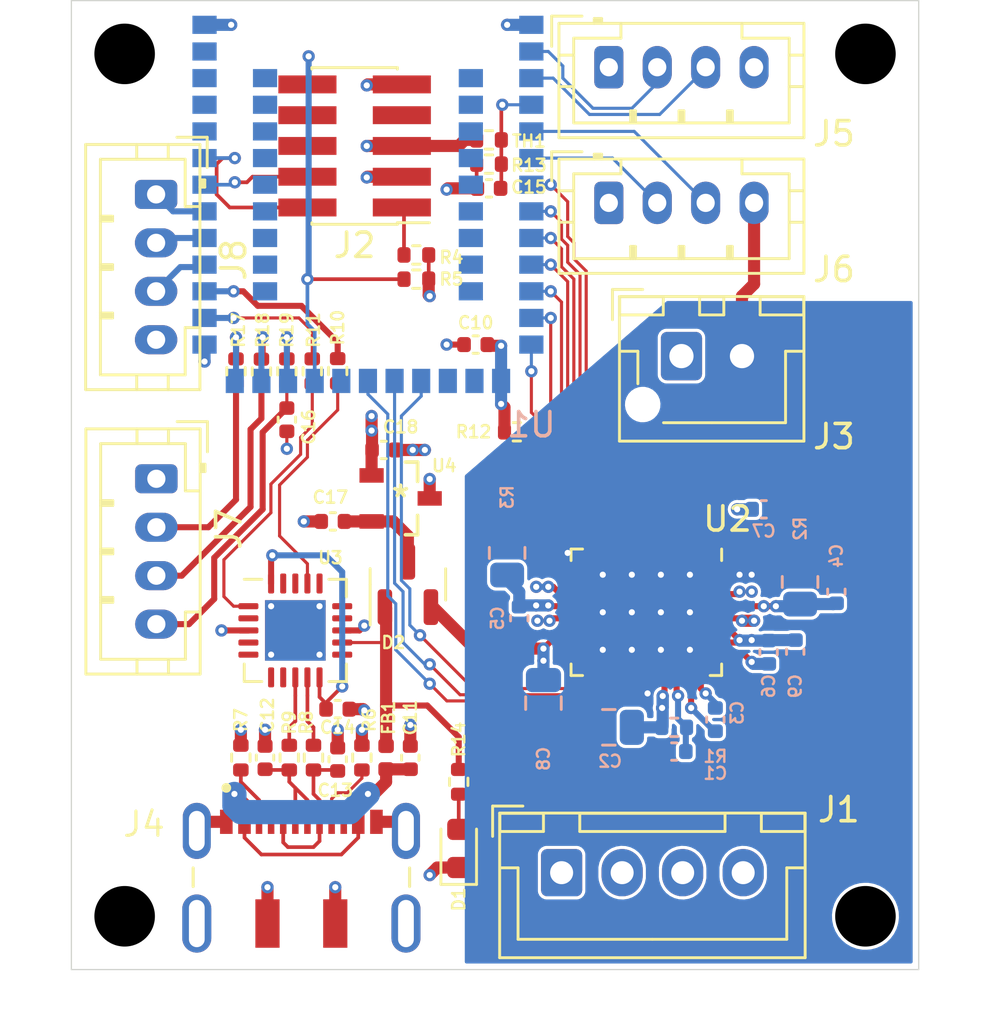
<source format=kicad_pcb>
(kicad_pcb (version 20211014) (generator pcbnew)
  (layers (0 "F.Cu" signal) (1 "In1.Cu" mixed) (2 "In2.Cu" mixed) (31 "B.Cu" signal) (34 "B.Paste" user) (35 "F.Paste" user) (36 "B.SilkS" user "B.Silkscreen") (37 "F.SilkS" user "F.Silkscreen") (38 "B.Mask" user) (39 "F.Mask" user) (44 "Edge.Cuts" user))
  (net 0 "")
  (net 1 "GND")
  (net 2 "Net-(C1-Pad1)")
  (net 3 "Net-(C2-Pad1)")
  (net 4 "Net-(C3-Pad2)")
  (net 5 "Net-(C3-Pad1)")
  (net 6 "Net-(C4-Pad1)")
  (net 7 "Net-(C5-Pad2)")
  (net 8 "Net-(C6-Pad2)")
  (net 9 "Net-(C17-Pad1)")
  (net 31 "~{MOTOR_EN}")
  (net 32 "DIAG1")
  (net 33 "DIAG0")
  (net 39 "DIR")
  (net 40 "STEP")
  (net 41 "MISO")
  (net 42 "MOSI")
  (net 43 "SCLK")
  (net 44 "~{CS1}")
  (net 45 "TMCCLK")
  (net 46 "+12V")
  (net 47 "VCC")
  (net 48 "~{RESET}")
  (net 50 "SWDCLK")
  (net 51 "SWDIO")
  (net 52 "Net-(C11-Pad1)")
  (net 53 "Net-(C14-Pad2)")
  (net 54 "THERM0")
  (net 55 "VBUS")
  (net 56 "Net-(J2-Pad1)")
  (net 57 "Net-(J4-Pad9)")
  (net 59 "Net-(J4-Pad3)")
  (net 60 "Net-(R8-Pad1)")
  (net 61 "Net-(R9-Pad1)")
  (net 62 "Net-(R10-Pad2)")
  (net 63 "TXD")
  (net 64 "Net-(R11-Pad2)")
  (net 65 "RXD")
  (net 66 "Net-(R12-Pad1)")
  (net 77 "DP")
  (net 78 "DM")
  (net 79 "ACC0_B")
  (net 80 "ACC0_A")
  (net 81 "ACC1_B")
  (net 82 "ACC1_A")
  (net 83 "Net-(R17-Pad2)")
  (net 84 "Net-(R18-Pad2)")
  (net 85 "Net-(R19-Pad2)")
  (net 86 "Net-(D1-Pad2)")
  (net 94 "Net-(C16-Pad1)")
  (net 95 "Net-(J7-Pad3)")
  (net 96 "Net-(J7-Pad2)")
  (net 98 "ACC2_A")
  (net 99 "ACC2_B")
  (net 100 "ACC2_C")
  (net 101 "Net-(U2-Pad32)")
  (net 102 "Net-(U2-Pad34)")
  (net 103 "Net-(U2-Pad13)")
  (net 104 "Net-(U2-Pad15)")
  (footprint "Connector_JST:JST_XH_B4B-XH-A_1x04_P2.50mm_Vertical" (layer "F.Cu") (at 185.25 101)
    (fp_text reference "J1")
    (fp_text value "Conn_01x04_Male")
  )
  (footprint "Package_DFN_QFN:QFN-36-1EP_5x6mm_P0.5mm_EP3.6x4.1mm_ThermalVias" (layer "F.Cu") (at 188.75 90.25 -90)
    (fp_text reference "U2")
    (fp_text value "TMC2130-LA")
  )
  (footprint "Capacitor_SMD:C_0402_1005Metric" (layer "F.Cu") (at 181.7 79.2 180)
    (fp_text reference "C10")
    (fp_text value "100nf")
  )
  (footprint "Connector_PinHeader_1.27mm:PinHeader_2x05_P1.27mm_Vertical_SMD" (layer "F.Cu") (at 176.7 71 180)
    (fp_text reference "J2")
    (fp_text value "Conn_ARM_JTAG_SWD_10")
  )
  (footprint "Connector_JST:JST_XH_B2B-XH-AM_1x02_P2.50mm_Vertical" (layer "F.Cu") (at 190.2 79.675)
    (fp_text reference "J3")
    (fp_text value "Conn_01x02_Male")
  )
  (footprint "Capacitor_SMD:C_0402_1005Metric" (layer "F.Cu") (at 179 96.25 90)
    (fp_text reference "C11")
    (fp_text value "10nf")
  )
  (footprint "Capacitor_SMD:C_0402_1005Metric" (layer "F.Cu") (at 173 96.25 90)
    (fp_text reference "C12")
    (fp_text value "27pf")
  )
  (footprint "Capacitor_SMD:C_0402_1005Metric" (layer "F.Cu") (at 176 96.32 -90)
    (fp_text reference "C13")
    (fp_text value "27pf")
  )
  (footprint "Capacitor_SMD:C_0402_1005Metric" (layer "F.Cu") (at 176 94.25 180)
    (fp_text reference "C14")
    (fp_text value "100nf")
  )
  (footprint "Capacitor_SMD:C_0402_1005Metric" (layer "F.Cu") (at 182.25 72.75)
    (fp_text reference "C15")
    (fp_text value "100nf")
  )
  (footprint "Inductor_SMD:L_0402_1005Metric" (layer "F.Cu") (at 178 96.25 -90)
    (fp_text reference "FB1")
    (fp_text value "Ferrite_Bead")
  )
  (footprint "usbccon:JAE_DX07S016JA1R1500" (layer "F.Cu") (at 174.5 100)
    (fp_text reference "J4")
    (fp_text value "DX07S016JA1R1500")
  )
  (footprint "Resistor_SMD:R_0402_1005Metric" (layer "F.Cu") (at 179.25 75.5 180)
    (fp_text reference "R4")
    (fp_text value "2.2")
  )
  (footprint "Resistor_SMD:R_0402_1005Metric" (layer "F.Cu") (at 179.25 76.5 180)
    (fp_text reference "R5")
    (fp_text value "10k")
  )
  (footprint "Resistor_SMD:R_0402_1005Metric" (layer "F.Cu") (at 177 96.25 90)
    (fp_text reference "R6")
    (fp_text value "5.1k")
  )
  (footprint "Resistor_SMD:R_0402_1005Metric" (layer "F.Cu") (at 172 96.25 90)
    (fp_text reference "R7")
    (fp_text value "5.1k")
  )
  (footprint "Resistor_SMD:R_0402_1005Metric" (layer "F.Cu") (at 175 96.25 -90)
    (fp_text reference "R8")
    (fp_text value "27")
  )
  (footprint "Resistor_SMD:R_0402_1005Metric" (layer "F.Cu") (at 174 96.25 -90)
    (fp_text reference "R9")
    (fp_text value "27")
  )
  (footprint "Resistor_SMD:R_0402_1005Metric" (layer "F.Cu") (at 176 80.29 -90)
    (fp_text reference "R10")
    (fp_text value "4.7k")
  )
  (footprint "Resistor_SMD:R_0402_1005Metric" (layer "F.Cu") (at 174.95 80.3 -90)
    (fp_text reference "R11")
    (fp_text value "4.7k")
  )
  (footprint "Resistor_SMD:R_0402_1005Metric" (layer "F.Cu") (at 183.4 82.8 180)
    (fp_text reference "R12")
    (fp_text value "2.2")
  )
  (footprint "Resistor_SMD:R_0402_1005Metric" (layer "F.Cu") (at 182.25 71.75 180)
    (fp_text reference "R13")
    (fp_text value "47k")
  )
  (footprint "Resistor_SMD:R_0402_1005Metric" (layer "F.Cu") (at 182.25 70.75 180)
    (fp_text reference "TH1")
    (fp_text value "Thermistor_NTC")
  )
  (footprint "Package_DFN_QFN:QFN-20-1EP_4x4mm_P0.5mm_EP2.5x2.5mm_ThermalVias" (layer "F.Cu") (at 174.25 91)
    (fp_text reference "U3")
    (fp_text value "FT231XQ")
  )
  (footprint "Connector_JST:JST_PH_B4B-PH-K_1x04_P2.00mm_Vertical" (layer "F.Cu") (at 187.2 67.75)
    (fp_text reference "J5")
    (fp_text value "Accessory 0")
  )
  (footprint "Connector_JST:JST_PH_B4B-PH-K_1x04_P2.00mm_Vertical" (layer "F.Cu") (at 187.2 73.35)
    (fp_text reference "J6")
    (fp_text value "Accessory 1")
  )
  (footprint "Resistor_SMD:R_0402_1005Metric" (layer "F.Cu") (at 171.8 80.3 90)
    (fp_text reference "R17")
    (fp_text value "27")
  )
  (footprint "Resistor_SMD:R_0402_1005Metric" (layer "F.Cu") (at 172.85 80.31 90)
    (fp_text reference "R18")
    (fp_text value "27")
  )
  (footprint "Resistor_SMD:R_0402_1005Metric" (layer "F.Cu") (at 173.9 80.3 90)
    (fp_text reference "R19")
    (fp_text value "0")
  )
  (footprint "LED_SMD:LED_0603_1608Metric" (layer "F.Cu") (at 181 100 90)
    (fp_text reference "D1")
    (fp_text value "LED")
  )
  (footprint "Resistor_SMD:R_0402_1005Metric" (layer "F.Cu") (at 181 97.25 90)
    (fp_text reference "R14")
    (fp_text value "470")
  )
  (footprint "Capacitor_SMD:C_0402_1005Metric" (layer "F.Cu") (at 173.9 82.3 -90)
    (fp_text reference "C16")
    (fp_text value "100nf")
  )
  (footprint "Connector_JST:JST_PH_B4B-PH-K_1x04_P2.00mm_Vertical" (layer "F.Cu") (at 168.51 84.74 -90)
    (fp_text reference "J7")
    (fp_text value "USB")
  )
  (footprint "footprints:TLV76033DBZT" (layer "F.Cu") (at 178.6 85.550001)
    (fp_text reference "U4")
    (fp_text value "TLV76033DBZT" hide)
  )
  (footprint "Capacitor_SMD:C_0402_1005Metric" (layer "F.Cu") (at 175.8 86.5 180)
    (fp_text reference "C17")
    (fp_text value "100nf")
  )
  (footprint "Capacitor_SMD:C_0402_1005Metric" (layer "F.Cu") (at 177.9 83.550001)
    (fp_text reference "C18")
    (fp_text value "100nf")
  )
  (footprint "MountingHole:MountingHole_2.2mm_M2" (layer "F.Cu") (at 167.2 102.8)
    (fp_text reference "H3" hide)
    (fp_text value "MountingHole")
  )
  (footprint "MountingHole:MountingHole_2.2mm_M2" (layer "F.Cu") (at 167.2 67.2)
    (fp_text reference "H1" hide)
    (fp_text value "MountingHole")
  )
  (footprint "Package_TO_SOT_SMD:SOT-23" (layer "F.Cu") (at 178.9 89.1 90)
    (fp_text reference "D2")
    (fp_text value "BAT54C")
  )
  (footprint "MountingHole:MountingHole_2.2mm_M2" (layer "F.Cu") (at 197.8 102.8)
    (fp_text reference "H4" hide)
    (fp_text value "MountingHole")
  )
  (footprint "Connector_JST:JST_PH_B4B-PH-K_1x04_P2.00mm_Vertical" (layer "F.Cu") (at 168.5 73 -90)
    (fp_text reference "J8")
    (fp_text value "Accessory 2")
  )
  (footprint "MountingHole:MountingHole_2.2mm_M2" (layer "F.Cu") (at 197.8 67.2)
    (fp_text reference "H2" hide)
    (fp_text value "MountingHole")
  )
  (footprint "Capacitor_SMD:C_0402_1005Metric" (layer "B.Cu") (at 189.9 96 180)
    (fp_text reference "C1")
    (fp_text value "470nF")
  )
  (footprint "Capacitor_SMD:C_0805_2012Metric" (layer "B.Cu") (at 187.2 95 180)
    (fp_text reference "C2")
    (fp_text value "4.7U")
  )
  (footprint "Capacitor_SMD:C_0402_1005Metric" (layer "B.Cu") (at 191.6 94.68 90)
    (fp_text reference "C3")
    (fp_text value "22nf")
  )
  (footprint "Capacitor_SMD:C_0402_1005Metric" (layer "B.Cu") (at 196.6 89.4 90)
    (fp_text reference "C4")
    (fp_text value "100nf")
  )
  (footprint "Capacitor_SMD:C_0402_1005Metric" (layer "B.Cu") (at 183.5 90.5 90)
    (fp_text reference "C5")
    (fp_text value "100nf")
  )
  (footprint "Capacitor_SMD:C_0402_1005Metric" (layer "B.Cu") (at 193.8 91.9 -90)
    (fp_text reference "C6")
    (fp_text value "100nf")
  )
  (footprint "Capacitor_SMD:C_0402_1005Metric" (layer "B.Cu") (at 193.6 86)
    (fp_text reference "C7")
    (fp_text value "100nf")
  )
  (footprint "Capacitor_SMD:C_0805_2012Metric" (layer "B.Cu") (at 184.5 94 -90)
    (fp_text reference "C8")
    (fp_text value "10u")
  )
  (footprint "Capacitor_SMD:C_0402_1005Metric" (layer "B.Cu") (at 194.9 91.88 -90)
    (fp_text reference "C9")
    (fp_text value "100nf")
  )
  (footprint "Resistor_SMD:R_0402_1005Metric" (layer "B.Cu") (at 189.9 95)
    (fp_text reference "R1")
    (fp_text value "2.2")
  )
  (footprint "Resistor_SMD:R_0805_2012Metric" (layer "B.Cu") (at 195.1 89 -90)
    (fp_text reference "R2")
    (fp_text value "0.11")
  )
  (footprint "Resistor_SMD:R_0805_2012Metric" (layer "B.Cu") (at 183 87.8 90)
    (fp_text reference "R3")
    (fp_text value "0.11")
  )
  (footprint "Phischbol:HOLYIOT-18010" (layer "B.Cu") (at 184 66 180)
    (fp_text reference "U1")
    (fp_text value "HolyIot-18010")
  )
  (gr_line (start 200 65) (end 200 105) (layer "Edge.Cuts") (width 0.05))
  (gr_line (start 165 65) (end 165 105) (layer "Edge.Cuts") (width 0.05))
  (gr_line (start 165 65) (end 200 65) (layer "Edge.Cuts") (width 0.05))
  (gr_line (start 165 105) (end 200 105) (layer "Edge.Cuts") (width 0.05))
  (segment (start 171.4 98.9) (end 170.555 98.9) (width 0.5) (layer "F.Cu") (net 1))
  (segment (start 176.95 94.25) (end 177.05 94.25) (width 0.5) (layer "F.Cu") (net 1))
  (segment (start 181 100.7875) (end 180.1125 100.7875) (width 0.5) (layer "F.Cu") (net 1))
  (segment (start 192.7 79.675) (end 192.7 77.2) (width 0.5) (layer "F.Cu") (net 1))
  (segment (start 185.8 89) (end 185.8 88.5) (width 0.25) (layer "F.Cu") (net 1))
  (segment (start 178.95 68.46) (end 177.24 68.46) (width 0.5) (layer "F.Cu") (net 1))
  (segment (start 191.7 89) (end 191.8 89) (width 0.25) (layer "F.Cu") (net 1))
  (segment (start 179 95.77) (end 179 94.9) (width 0.5) (layer "F.Cu") (net 1))
  (segment (start 192.7 77.2) (end 193.2 76.7) (width 0.5) (layer "F.Cu") (net 1))
  (segment (start 177.24 68.46) (end 177.2 68.5) (width 0.5) (layer "F.Cu") (net 1))
  (segment (start 179.8 85.550001) (end 179.8 84.750001) (width 0.5) (layer "F.Cu") (net 1))
  (segment (start 177 95.74) (end 177 95.1) (width 0.5) (layer "F.Cu") (net 1))
  (segment (start 181.25 70.75) (end 181 71) (width 0.5) (layer "F.Cu") (net 1))
  (segment (start 173.1 103.1) (end 173.1 101.6) (width 0.5) (layer "F.Cu") (net 1))
  (segment (start 191.8 89) (end 192.213526 89) (width 0.25) (layer "F.Cu") (net 1))
  (segment (start 189 92.7) (end 189 93.4) (width 0.25) (layer "F.Cu") (net 1))
  (segment (start 170.555 98.9) (end 170.18 99.275) (width 0.5) (layer "F.Cu") (net 1))
  (segment (start 192.513526 88.7) (end 193.1 88.7) (width 0.25) (layer "F.Cu") (net 1))
  (segment (start 177.05 94.25) (end 177.1 94.3) (width 0.5) (layer "F.Cu") (net 1))
  (segment (start 175.32 86.5) (end 174.6 86.5) (width 0.5) (layer "F.Cu") (net 1))
  (segment (start 172.3125 91) (end 171.2 91) (width 0.25) (layer "F.Cu") (net 1))
  (segment (start 179.1 83.550001) (end 179.6 83.550001) (width 0.5) (layer "F.Cu") (net 1))
  (segment (start 189 93.4) (end 188.8 93.6) (width 0.25) (layer "F.Cu") (net 1))
  (segment (start 178.38 83.550001) (end 179.1 83.550001) (width 0.5) (layer "F.Cu") (net 1))
  (segment (start 173 95.77) (end 173 95.1) (width 0.5) (layer "F.Cu") (net 1))
  (segment (start 176 95.77) (end 176 95.1) (width 0.5) (layer "F.Cu") (net 1))
  (segment (start 176.48 94.25) (end 176.95 94.25) (width 0.5) (layer "F.Cu") (net 1))
  (segment (start 178.95 72.27) (end 177.23 72.27) (width 0.5) (layer "F.Cu") (net 1))
  (segment (start 176.9 91) (end 177.1 90.8) (width 0.25) (layer "F.Cu") (net 1))
  (segment (start 176.1875 91) (end 176.9 91) (width 0.25) (layer "F.Cu") (net 1))
  (segment (start 192.213526 89) (end 192.513526 88.7) (width 0.25) (layer "F.Cu") (net 1))
  (segment (start 181 71) (end 178.95 71) (width 0.5) (layer "F.Cu") (net 1))
  (segment (start 181.74 70.75) (end 181.25 70.75) (width 0.5) (layer "F.Cu") (net 1))
  (segment (start 185.8 88.1) (end 185.5 87.8) (width 0.25) (layer "F.Cu") (net 1))
  (segment (start 185.8 88.5) (end 185.8 88.1) (width 0.25) (layer "F.Cu") (net 1))
  (segment (start 193.2 76.7) (end 193.2 73.35) (width 0.5) (layer "F.Cu") (net 1))
  (segment (start 192.4 88.5) (end 192.6 88.7) (width 0.25) (layer "F.Cu") (net 1))
  (segment (start 181.22 79.2) (end 180.5 79.2) (width 0.25) (layer "F.Cu") (net 1))
  (segment (start 178.445 98.9) (end 178.82 99.275) (width 0.5) (layer "F.Cu") (net 1))
  (segment (start 191.7 88.5) (end 192.4 88.5) (width 0.25) (layer "F.Cu") (net 1))
  (segment (start 180.1125 100.7875) (end 179.8 101.1) (width 0.5) (layer "F.Cu") (net 1))
  (segment (start 173.9 82.78) (end 173.9 83.5) (width 0.128) (layer "F.Cu") (net 1))
  (segment (start 177.23 72.27) (end 177.2 72.3) (width 0.5) (layer "F.Cu") (net 1))
  (segment (start 175.9 103.1) (end 175.9 101.6) (width 0.5) (layer "F.Cu") (net 1))
  (segment (start 177.6 98.9) (end 178.445 98.9) (width 0.5) (layer "F.Cu") (net 1))
  (segment (start 178.95 71) (end 177.2 71) (width 0.5) (layer "F.Cu") (net 1))
  (segment (start 172 95.74) (end 172 95.1) (width 0.5) (layer "F.Cu") (net 1))
  (via (at 172 95.1) (size 0.508) (drill 0.254) (layers "F.Cu" "B.Cu") (net 1))
  (via (at 171.2 91) (size 0.508) (drill 0.254) (layers "F.Cu" "B.Cu") (net 1))
  (via (at 179.8 84.750001) (size 0.508) (drill 0.254) (layers "F.Cu" "B.Cu") (net 1))
  (via (at 177.2 71) (size 0.508) (drill 0.254) (layers "F.Cu" "B.Cu") (net 1))
  (via (at 177.1 94.3) (size 0.508) (drill 0.254) (layers "F.Cu" "B.Cu") (net 1))
  (via (at 173.9 83.5) (size 0.508) (drill 0.254) (layers "F.Cu" "B.Cu") (net 1))
  (via (at 177.1 90.8) (size 0.508) (drill 0.254) (layers "F.Cu" "B.Cu") (net 1))
  (via (at 193.1 88.7) (size 0.508) (drill 0.254) (layers "F.Cu" "B.Cu") (net 1))
  (via (at 170.5 79.9) (size 0.508) (drill 0.254) (layers "F.Cu" "B.Cu") (net 1))
  (via (at 177.2 68.5) (size 0.508) (drill 0.254) (layers "F.Cu" "B.Cu") (net 1))
  (via (at 176 95.1) (size 0.508) (drill 0.254) (layers "F.Cu" "B.Cu") (net 1))
  (via (at 173 95.1) (size 0.508) (drill 0.254) (layers "F.Cu" "B.Cu") (net 1))
  (via (at 174.6 86.5) (size 0.508) (drill 0.254) (layers "F.Cu" "B.Cu") (net 1))
  (via (at 177.2 72.3) (size 0.508) (drill 0.254) (layers "F.Cu" "B.Cu") (net 1))
  (via (at 171.6 66) (size 0.508) (drill 0.254) (layers "F.Cu" "B.Cu") (net 1))
  (via (at 188.8 93.6) (size 0.508) (drill 0.254) (layers "F.Cu" "B.Cu") (net 1))
  (via (at 173.1 101.6) (size 0.508) (drill 0.254) (layers "F.Cu" "B.Cu") (net 1))
  (via (at 192.6 88.7) (size 0.508) (drill 0.254) (layers "F.Cu" "B.Cu") (net 1))
  (via (at 177 95.1) (size 0.508) (drill 0.254) (layers "F.Cu" "B.Cu") (net 1))
  (via (at 185.5 87.8) (size 0.508) (drill 0.254) (layers "F.Cu" "B.Cu") (net 1))
  (via (at 179.6 83.550001) (size 0.508) (drill 0.254) (layers "F.Cu" "B.Cu") (net 1))
  (via (at 179.1 83.550001) (size 0.508) (drill 0.254) (layers "F.Cu" "B.Cu") (net 1))
  (via (at 180.5 79.2) (size 0.508) (drill 0.254) (layers "F.Cu" "B.Cu") (net 1))
  (via (at 183 66) (size 0.508) (drill 0.254) (layers "F.Cu" "B.Cu") (net 1))
  (via (at 179.8 101.1) (size 0.508) (drill 0.254) (layers "F.Cu" "B.Cu") (net 1))
  (via (at 179 94.9) (size 0.508) (drill 0.254) (layers "F.Cu" "B.Cu") (net 1))
  (via (at 175.9 101.6) (size 0.508) (drill 0.254) (layers "F.Cu" "B.Cu") (net 1))
  (segment (start 184 66) (end 183 66) (width 0.5) (layer "B.Cu") (net 1))
  (segment (start 170.5 79.2) (end 170.5 79.9) (width 0.5) (layer "B.Cu") (net 1))
  (segment (start 170.5 66) (end 171.6 66) (width 0.5) (layer "B.Cu") (net 1))
  (segment (start 190.05989 93.699281) (end 190 93.639391) (width 0.25) (layer "F.Cu") (net 2))
  (segment (start 190 93.639391) (end 190 92.7) (width 0.25) (layer "F.Cu") (net 2))
  (via (at 190.05989 93.699281) (size 0.508) (drill 0.254) (layers "F.Cu" "B.Cu") (net 2))
  (segment (start 190.38 95.9) (end 190.38 95.03) (width 0.25) (layer "B.Cu") (net 2))
  (segment (start 190.41 95) (end 190.05989 94.64989) (width 0.25) (layer "B.Cu") (net 2))
  (segment (start 190.05989 94.64989) (end 190.05989 93.699281) (width 0.25) (layer "B.Cu") (net 2))
  (segment (start 190.38 95.03) (end 190.41 95) (width 0.25) (layer "B.Cu") (net 2))
  (segment (start 189.425433 93.574567) (end 189.5 93.5) (width 0.25) (layer "F.Cu") (net 3))
  (segment (start 189.5 93.5) (end 189.5 92.7) (width 0.25) (layer "F.Cu") (net 3))
  (segment (start 189.425433 93.706895) (end 189.425433 93.574567) (width 0.25) (layer "F.Cu") (net 3))
  (via (at 189.425433 93.706895) (size 0.508) (drill 0.254) (layers "F.Cu" "B.Cu") (net 3))
  (via (at 189.4 94.2) (size 0.508) (drill 0.254) (layers "F.Cu" "B.Cu") (net 3))
  (segment (start 189.39 95) (end 188.35 95) (width 0.5) (layer "B.Cu") (net 3))
  (segment (start 189.425433 94.174567) (end 189.4 94.2) (width 0.5) (layer "B.Cu") (net 3))
  (segment (start 189.425433 93.706895) (end 189.425433 94.964567) (width 0.5) (layer "B.Cu") (net 3))
  (segment (start 189.425433 93.706895) (end 189.425433 94.174567) (width 0.5) (layer "B.Cu") (net 3))
  (segment (start 191 93.4) (end 191.2 93.6) (width 0.25) (layer "F.Cu") (net 4))
  (segment (start 191 92.7) (end 191 93.4) (width 0.25) (layer "F.Cu") (net 4))
  (via (at 191.2 93.6) (size 0.508) (drill 0.254) (layers "F.Cu" "B.Cu") (net 4))
  (segment (start 191.6 94.2) (end 191.6 94) (width 0.25) (layer "B.Cu") (net 4))
  (segment (start 191.6 94) (end 191.2 93.6) (width 0.25) (layer "B.Cu") (net 4))
  (segment (start 190.6 94.2) (end 190.6 93.206207) (width 0.25) (layer "F.Cu") (net 5))
  (segment (start 190.6 93.206207) (end 190.5 93.106207) (width 0.25) (layer "F.Cu") (net 5))
  (segment (start 190.5 93.106207) (end 190.5 92.7) (width 0.25) (layer "F.Cu") (net 5))
  (via (at 190.6 94.2) (size 0.508) (drill 0.254) (layers "F.Cu" "B.Cu") (net 5))
  (segment (start 191.6 95.16) (end 191.56 95.16) (width 0.25) (layer "B.Cu") (net 5))
  (segment (start 191.56 95.16) (end 190.6 94.2) (width 0.25) (layer "B.Cu") (net 5))
  (segment (start 193.6 90) (end 194.1 90) (width 0.25) (layer "F.Cu") (net 6))
  (segment (start 191.7 90) (end 193.6 90) (width 0.25) (layer "F.Cu") (net 6))
  (via (at 194.1 90) (size 0.508) (drill 0.254) (layers "F.Cu" "B.Cu") (net 6))
  (via (at 193.6 90) (size 0.508) (drill 0.254) (layers "F.Cu" "B.Cu") (net 6))
  (segment (start 194.1 90) (end 195.0125 90) (width 0.5) (layer "B.Cu") (net 6))
  (segment (start 196.4675 89.9125) (end 196.5 89.88) (width 0.5) (layer "B.Cu") (net 6))
  (segment (start 195.1 89.9125) (end 196.4675 89.9125) (width 0.5) (layer "B.Cu") (net 6))
  (segment (start 195.0125 90) (end 195.1 89.9125) (width 0.5) (layer "B.Cu") (net 6))
  (segment (start 185.8 90) (end 184.729618 90) (width 0.25) (layer "F.Cu") (net 7))
  (segment (start 184.729618 90) (end 184.697307 89.967689) (width 0.25) (layer "F.Cu") (net 7))
  (via (at 184.697307 89.967689) (size 0.508) (drill 0.254) (layers "F.Cu" "B.Cu") (net 7))
  (via (at 184.197307 89.967689) (size 0.508) (drill 0.254) (layers "F.Cu" "B.Cu") (net 7))
  (segment (start 183.5 90.02) (end 183.552311 89.967689) (width 0.5) (layer "B.Cu") (net 7))
  (segment (start 183.5 89.4125) (end 183.1 89.0125) (width 0.5) (layer "B.Cu") (net 7))
  (segment (start 184.697307 89.967689) (end 184.197307 89.967689) (width 0.25) (layer "B.Cu") (net 7))
  (segment (start 183.552311 89.967689) (end 184.697307 89.967689) (width 0.5) (layer "B.Cu") (net 7))
  (segment (start 183.5 90.02) (end 183.5 89.4125) (width 0.5) (layer "B.Cu") (net 7))
  (segment (start 192.8 92) (end 193.1 92.3) (width 0.25) (layer "F.Cu") (net 8))
  (segment (start 191.7 92) (end 192.8 92) (width 0.25) (layer "F.Cu") (net 8))
  (via (at 193.1 92.3) (size 0.508) (drill 0.254) (layers "F.Cu" "B.Cu") (net 8))
  (segment (start 193.8 92.38) (end 193.18 92.38) (width 0.5) (layer "B.Cu") (net 8))
  (segment (start 193.18 92.38) (end 193.1 92.3) (width 0.5) (layer "B.Cu") (net 8))
  (segment (start 178.9 87.1) (end 178.299999 86.499999) (width 0.5) (layer "F.Cu") (net 9))
  (segment (start 178.299999 86.499999) (end 177.4 86.499999) (width 0.5) (layer "F.Cu") (net 9))
  (segment (start 178.9 88.1625) (end 178.9 87.1) (width 0.5) (layer "F.Cu") (net 9))
  (segment (start 177.4 86.499999) (end 176.28 86.5) (width 0.5) (layer "F.Cu") (net 9))
  (segment (start 180.509998 93.909998) (end 187.240002 93.909998) (width 0.128) (layer "F.Cu") (net 31))
  (segment (start 187.240002 93.909998) (end 188 93.15) (width 0.128) (layer "F.Cu") (net 31))
  (segment (start 188 93.15) (end 188 92.7) (width 0.128) (layer "F.Cu") (net 31))
  (segment (start 179.8 93.2) (end 180.509998 93.909998) (width 0.128) (layer "F.Cu") (net 31))
  (via (at 179.8 93.2) (size 0.508) (drill 0.254) (layers "F.Cu" "B.Cu") (net 31))
  (segment (start 178.4 89.9) (end 178.4 91.8) (width 0.128) (layer "B.Cu") (net 31))
  (segment (start 178.06959 82.06959) (end 178.06959 89.56959) (width 0.128) (layer "B.Cu") (net 31))
  (segment (start 178.4 91.8) (end 179.8 93.2) (width 0.128) (layer "B.Cu") (net 31))
  (segment (start 177.25 81.25) (end 178.06959 82.06959) (width 0.128) (layer "B.Cu") (net 31))
  (segment (start 178.06959 89.56959) (end 178.4 89.9) (width 0.128) (layer "B.Cu") (net 31))
  (segment (start 177.25 80.7) (end 177.25 81.25) (width 0.128) (layer "B.Cu") (net 31))
  (segment (start 187.045001 93.654999) (end 187.5 93.2) (width 0.128) (layer "F.Cu") (net 32))
  (segment (start 181.054999 93.654999) (end 187.045001 93.654999) (width 0.128) (layer "F.Cu") (net 32))
  (segment (start 179.8 92.4) (end 181.054999 93.654999) (width 0.128) (layer "F.Cu") (net 32))
  (segment (start 187.5 93.2) (end 187.5 92.7) (width 0.128) (layer "F.Cu") (net 32))
  (via (at 179.8 92.4) (size 0.508) (drill 0.254) (layers "F.Cu" "B.Cu") (net 32))
  (segment (start 178.35 89.05) (end 178.7 89.4) (width 0.128) (layer "B.Cu") (net 32))
  (segment (start 178.7 89.4) (end 178.7 91.5) (width 0.128) (layer "B.Cu") (net 32))
  (segment (start 178.35 80.7) (end 178.35 89.05) (width 0.128) (layer "B.Cu") (net 32))
  (segment (start 179.6 92.4) (end 179.8 92.4) (width 0.128) (layer "B.Cu") (net 32))
  (segment (start 178.7 91.5) (end 179.6 92.4) (width 0.128) (layer "B.Cu") (net 32))
  (segment (start 179.4 91.2) (end 181.6 93.4) (width 0.128) (layer "F.Cu") (net 33))
  (segment (start 181.6 93.4) (end 186.7 93.4) (width 0.128) (layer "F.Cu") (net 33))
  (segment (start 186.7 93.4) (end 187 93.1) (width 0.128) (layer "F.Cu") (net 33))
  (via (at 179.4 91.2) (size 0.508) (drill 0.254) (layers "F.Cu" "B.Cu") (net 33))
  (segment (start 178.63041 88.933852) (end 178.98041 89.283851) (width 0.128) (layer "B.Cu") (net 33))
  (segment (start 179.45 81.328) (end 178.63041 82.14759) (width 0.128) (layer "B.Cu") (net 33))
  (segment (start 178.98041 89.283851) (end 178.98041 90.78041) (width 0.128) (layer "B.Cu") (net 33))
  (segment (start 178.63041 82.14759) (end 178.63041 88.933852) (width 0.128) (layer "B.Cu") (net 33))
  (segment (start 179.45 80.7) (end 179.45 81.328) (width 0.128) (layer "B.Cu") (net 33))
  (segment (start 178.98041 90.78041) (end 179.4 91.2) (width 0.128) (layer "B.Cu") (net 33))
  (segment (start 184 80.3) (end 184 82) (width 0.128) (layer "F.Cu") (net 39))
  (segment (start 188 86) (end 188 87.8) (width 0.128) (layer "F.Cu") (net 39))
  (segment (start 184 82) (end 188 86) (width 0.128) (layer "F.Cu") (net 39))
  (via (at 184 80.3) (size 0.508) (drill 0.254) (layers "F.Cu" "B.Cu") (net 39))
  (segment (start 184 79.2) (end 184 80.3) (width 0.128) (layer "B.Cu") (net 39))
  (segment (start 188.5 87.8) (end 188.5 86.1) (width 0.128) (layer "F.Cu") (net 40))
  (segment (start 184.8 82.4) (end 184.8 78.1) (width 0.128) (layer "F.Cu") (net 40))
  (segment (start 188.5 86.1) (end 184.8 82.4) (width 0.128) (layer "F.Cu") (net 40))
  (via (at 184.8 78.1) (size 0.508) (drill 0.254) (layers "F.Cu" "B.Cu") (net 40))
  (segment (start 184.8 78.1) (end 184 78.1) (width 0.128) (layer "B.Cu") (net 40))
  (segment (start 185.245 82.445) (end 189 86.2) (width 0.128) (layer "F.Cu") (net 41))
  (segment (start 185.245 77.445) (end 185.245 82.445) (width 0.128) (layer "F.Cu") (net 41))
  (segment (start 184.8 77) (end 185.245 77.445) (width 0.128) (layer "F.Cu") (net 41))
  (segment (start 189 86.2) (end 189 87.8) (width 0.128) (layer "F.Cu") (net 41))
  (via (at 184.8 77) (size 0.508) (drill 0.254) (layers "F.Cu" "B.Cu") (net 41))
  (segment (start 184 77) (end 184.8 77) (width 0.128) (layer "B.Cu") (net 41))
  (segment (start 185.5 76.6) (end 185.5 82.304868) (width 0.128) (layer "F.Cu") (net 42))
  (segment (start 185.5 82.304868) (end 189.5 86.304868) (width 0.128) (layer "F.Cu") (net 42))
  (segment (start 184.8 75.9) (end 185.5 76.6) (width 0.128) (layer "F.Cu") (net 42))
  (segment (start 189.5 86.304868) (end 189.5 87.8) (width 0.128) (layer "F.Cu") (net 42))
  (via (at 184.8 75.9) (size 0.508) (drill 0.254) (layers "F.Cu" "B.Cu") (net 42))
  (segment (start 184 75.9) (end 184.8 75.9) (width 0.128) (layer "B.Cu") (net 42))
  (segment (start 185.755 82.199244) (end 190 86.444244) (width 0.128) (layer "F.Cu") (net 43))
  (segment (start 185.755 76.555) (end 185.755 82.199244) (width 0.128) (layer "F.Cu") (net 43))
  (segment (start 185.245 75.984376) (end 185.755 76.494376) (width 0.128) (layer "F.Cu") (net 43))
  (segment (start 185.755 76.494376) (end 185.755 76.555) (width 0.128) (layer "F.Cu") (net 43))
  (segment (start 185.245 75.245) (end 185.245 75.984376) (width 0.128) (layer "F.Cu") (net 43))
  (segment (start 190 86.444244) (end 190 87.8) (width 0.128) (layer "F.Cu") (net 43))
  (segment (start 184.8 74.8) (end 185.245 75.245) (width 0.128) (layer "F.Cu") (net 43))
  (via (at 184.8 74.8) (size 0.508) (drill 0.254) (layers "F.Cu" "B.Cu") (net 43))
  (segment (start 184 74.8) (end 184.8 74.8) (width 0.128) (layer "B.Cu") (net 43))
  (segment (start 184.8 73.7) (end 185.245 74.145) (width 0.128) (layer "F.Cu") (net 44))
  (segment (start 185.5 75.1) (end 185.5 75.8) (width 0.128) (layer "F.Cu") (net 44))
  (segment (start 185.5 75.8) (end 186.01 76.31) (width 0.128) (layer "F.Cu") (net 44))
  (segment (start 186.01 82.09362) (end 190.5 86.58362) (width 0.128) (layer "F.Cu") (net 44))
  (segment (start 185.245 74.845) (end 185.5 75.1) (width 0.128) (layer "F.Cu") (net 44))
  (segment (start 186.01 76.31) (end 186.01 82.09362) (width 0.128) (layer "F.Cu") (net 44))
  (segment (start 185.245 74.145) (end 185.245 74.845) (width 0.128) (layer "F.Cu") (net 44))
  (segment (start 190.5 86.58362) (end 190.5 87.8) (width 0.128) (layer "F.Cu") (net 44))
  (via (at 184.8 73.7) (size 0.508) (drill 0.254) (layers "F.Cu" "B.Cu") (net 44))
  (segment (start 184 73.7) (end 184.8 73.7) (width 0.128) (layer "B.Cu") (net 44))
  (segment (start 191 86.722996) (end 191 87.8) (width 0.128) (layer "F.Cu") (net 45))
  (segment (start 185.5 74.739376) (end 185.755 74.994376) (width 0.128) (layer "F.Cu") (net 45))
  (segment (start 186.264999 81.987995) (end 191 86.722996) (width 0.128) (layer "F.Cu") (net 45))
  (segment (start 185.755 75.655) (end 186.264999 76.164999) (width 0.128) (layer "F.Cu") (net 45))
  (segment (start 185.5 73.3) (end 185.5 74.739376) (width 0.128) (layer "F.Cu") (net 45))
  (segment (start 186.264999 76.164999) (end 186.264999 81.987995) (width 0.128) (layer "F.Cu") (net 45))
  (segment (start 185.755 74.994376) (end 185.755 75.655) (width 0.128) (layer "F.Cu") (net 45))
  (segment (start 184.8 72.6) (end 185.5 73.3) (width 0.128) (layer "F.Cu") (net 45))
  (via (at 184.8 72.6) (size 0.508) (drill 0.254) (layers "F.Cu" "B.Cu") (net 45))
  (segment (start 184 72.6) (end 184.8 72.6) (width 0.128) (layer "B.Cu") (net 45))
  (segment (start 184.5 91.75) (end 184.5 92.25) (width 0.4) (layer "F.Cu") (net 46))
  (segment (start 192.6 91.4) (end 193.1 91.4) (width 0.25) (layer "F.Cu") (net 46))
  (segment (start 185.8 91) (end 185.25 91) (width 0.25) (layer "F.Cu") (net 46))
  (segment (start 192.5 91.5) (end 192.6 91.4) (width 0.25) (layer "F.Cu") (net 46))
  (segment (start 191.7 91.5) (end 192.5 91.5) (width 0.25) (layer "F.Cu") (net 46))
  (segment (start 185.25 91) (end 184.5 91.75) (width 0.25) (layer "F.Cu") (net 46))
  (segment (start 192.2 91) (end 192.6 91.4) (width 0.25) (layer "F.Cu") (net 46))
  (segment (start 179.9375 90.0375) (end 179.85 90.0375) (width 0.5) (layer "F.Cu") (net 46))
  (segment (start 191.7 91) (end 192.2 91) (width 0.25) (layer "F.Cu") (net 46))
  (segment (start 184.5 91.75) (end 181.65 91.75) (width 0.5) (layer "F.Cu") (net 46))
  (segment (start 181.65 91.75) (end 179.9375 90.0375) (width 0.5) (layer "F.Cu") (net 46))
  (via (at 192.5 86) (size 0.508) (drill 0.254) (layers "F.Cu" "B.Cu") (net 46))
  (via (at 184.5 92.25) (size 0.508) (drill 0.254) (layers "F.Cu" "B.Cu") (net 46))
  (via (at 184.5 91.75) (size 0.508) (drill 0.254) (layers "F.Cu" "B.Cu") (net 46))
  (via (at 193.1 91.4) (size 0.508) (drill 0.254) (layers "F.Cu" "B.Cu") (net 46))
  (via (at 192.6 91.4) (size 0.508) (drill 0.254) (layers "F.Cu" "B.Cu") (net 46))
  (segment (start 194.9 91.4) (end 193.82 91.4) (width 0.5) (layer "B.Cu") (net 46))
  (segment (start 193.12 86) (end 192.5 86) (width 0.5) (layer "B.Cu") (net 46))
  (segment (start 192.62 91.42) (end 192.6 91.4) (width 0.5) (layer "B.Cu") (net 46))
  (segment (start 193.8 91.42) (end 192.62 91.42) (width 0.5) (layer "B.Cu") (net 46))
  (segment (start 184.5 91.75) (end 184.5 93.05) (width 0.5) (layer "B.Cu") (net 46))
  (segment (start 193.82 91.4) (end 193.8 91.42) (width 0.5) (layer "B.Cu") (net 46))
  (segment (start 177.4 82.750001) (end 177.4 82.150001) (width 0.5) (layer "F.Cu") (net 47))
  (segment (start 182.75 79.25) (end 182.23 79.25) (width 0.5) (layer "F.Cu") (net 47))
  (segment (start 182.23 79.25) (end 182.18 79.2) (width 0.5) (layer "F.Cu") (net 47))
  (segment (start 177.42 83.550001) (end 177.42 82.770001) (width 0.5) (layer "F.Cu") (net 47))
  (segment (start 179.76 77.16) (end 179.8 77.2) (width 0.5) (layer "F.Cu") (net 47))
  (segment (start 182.89 81.79) (end 182.75 81.65) (width 0.5) (layer "F.Cu") (net 47))
  (segment (start 177.4 83.570001) (end 177.42 83.550001) (width 0.5) (layer "F.Cu") (net 47))
  (segment (start 177.4 84.6) (end 177.4 83.570001) (width 0.5) (layer "F.Cu") (net 47))
  (segment (start 179.76 76.5) (end 179.76 77.16) (width 0.5) (layer "F.Cu") (net 47))
  (segment (start 181.74 71.75) (end 181.74 72.72) (width 0.1524) (layer "F.Cu") (net 47))
  (segment (start 181.77 72.75) (end 180.55 72.75) (width 0.5) (layer "F.Cu") (net 47))
  (segment (start 182.89 82.8) (end 182.89 81.79) (width 0.5) (layer "F.Cu") (net 47))
  (segment (start 179.76 75.5) (end 179.76 76.5) (width 0.1524) (layer "F.Cu") (net 47))
  (segment (start 177.42 82.770001) (end 177.4 82.750001) (width 0.5) (layer "F.Cu") (net 47))
  (segment (start 180.55 72.75) (end 180.5 72.8) (width 0.5) (layer "F.Cu") (net 47))
  (via (at 180.5 72.8) (size 0.508) (drill 0.254) (layers "F.Cu" "B.Cu") (net 47))
  (via (at 182.75 79.25) (size 0.508) (drill 0.254) (layers "F.Cu" "B.Cu") (net 47))
  (via (at 182.75 81.65) (size 0.508) (drill 0.254) (layers "F.Cu" "B.Cu") (net 47))
  (via (at 177.4 82.150001) (size 0.508) (drill 0.254) (layers "F.Cu" "B.Cu") (net 47))
  (via (at 179.8 77.2) (size 0.508) (drill 0.254) (layers "F.Cu" "B.Cu") (net 47))
  (via (at 177.4 82.750001) (size 0.508) (drill 0.254) (layers "F.Cu" "B.Cu") (net 47))
  (segment (start 182.75 80.7) (end 182.75 81.65) (width 0.5) (layer "B.Cu") (net 47))
  (segment (start 182.75 80.7) (end 182.75 79.25) (width 0.5) (layer "B.Cu") (net 47))
  (segment (start 174.8 68.46) (end 174.8 67.3) (width 0.1524) (layer "F.Cu") (net 48))
  (segment (start 178.74 76.5) (end 174.75 76.5) (width 0.1524) (layer "F.Cu") (net 48))
  (via (at 174.8 67.3) (size 0.508) (drill 0.254) (layers "F.Cu" "B.Cu") (net 48))
  (via (at 174.75 76.5) (size 0.508) (drill 0.254) (layers "F.Cu" "B.Cu") (net 48))
  (segment (start 174.75 78.35) (end 174.75 76.5) (width 0.1524) (layer "B.Cu") (net 48))
  (segment (start 174.8 76.45) (end 174.75 76.5) (width 0.25) (layer "B.Cu") (net 48))
  (segment (start 175.05 78.65) (end 174.75 78.35) (width 0.1524) (layer "B.Cu") (net 48))
  (segment (start 174.8 67.3) (end 174.8 76.45) (width 0.25) (layer "B.Cu") (net 48))
  (segment (start 175.05 80.7) (end 175.05 78.65) (width 0.1524) (layer "B.Cu") (net 48))
  (segment (start 172.25 72.5) (end 172.48 72.27) (width 0.1524) (layer "F.Cu") (net 50))
  (segment (start 171.75 72.5) (end 172.25 72.5) (width 0.1524) (layer "F.Cu") (net 50))
  (segment (start 172.48 72.27) (end 174.8 72.27) (width 0.1524) (layer "F.Cu") (net 50))
  (via (at 171.75 72.5) (size 0.508) (drill 0.254) (layers "F.Cu" "B.Cu") (net 50))
  (segment (start 171.65 72.6) (end 171.75 72.5) (width 0.1524) (layer "B.Cu") (net 50))
  (segment (start 170.5 72.6) (end 171.65 72.6) (width 0.1524) (layer "B.Cu") (net 50))
  (segment (start 171 73) (end 171 71.75) (width 0.1524) (layer "F.Cu") (net 51))
  (segment (start 171.54 73.54) (end 171 73) (width 0.1524) (layer "F.Cu") (net 51))
  (segment (start 171 71.75) (end 171.25 71.5) (width 0.1524) (layer "F.Cu") (net 51))
  (segment (start 174.8 73.54) (end 171.54 73.54) (width 0.1524) (layer "F.Cu") (net 51))
  (segment (start 171.25 71.5) (end 171.75 71.5) (width 0.1524) (layer "F.Cu") (net 51))
  (via (at 171.75 71.5) (size 0.508) (drill 0.254) (layers "F.Cu" "B.Cu") (net 51))
  (segment (start 170.5 71.5) (end 171.75 71.5) (width 0.1524) (layer "B.Cu") (net 51))
  (segment (start 172.15 98.9) (end 172.15 98.165678) (width 0.5) (layer "F.Cu") (net 52))
  (segment (start 178.995 96.735) (end 179 96.73) (width 0.5) (layer "F.Cu") (net 52))
  (segment (start 176.85 98.9) (end 176.85 99.5524) (width 0.1524) (layer "F.Cu") (net 52))
  (segment (start 176.85 98.15) (end 176.85 98.9) (width 0.5) (layer "F.Cu") (net 52))
  (segment (start 177.5 97.75) (end 177.25 97.75) (width 0.5) (layer "F.Cu") (net 52))
  (segment (start 176.1524 100.25) (end 172.8476 100.25) (width 0.1524) (layer "F.Cu") (net 52))
  (segment (start 178 96.735) (end 178 97.25) (width 0.5) (layer "F.Cu") (net 52))
  (segment (start 178 97.25) (end 177.5 97.75) (width 0.5) (layer "F.Cu") (net 52))
  (segment (start 172.8476 100.25) (end 172.15 99.5524) (width 0.1524) (layer "F.Cu") (net 52))
  (segment (start 177.25 97.75) (end 176.85 98.15) (width 0.5) (layer "F.Cu") (net 52))
  (segment (start 176.85 99.5524) (end 176.1524 100.25) (width 0.1524) (layer "F.Cu") (net 52))
  (segment (start 172.15 99.5524) (end 172.15 98.9) (width 0.1524) (layer "F.Cu") (net 52))
  (segment (start 172.15 98.165678) (end 171.734322 97.75) (width 0.5) (layer "F.Cu") (net 52))
  (segment (start 178 96.735) (end 178.995 96.735) (width 0.5) (layer "F.Cu") (net 52))
  (via (at 177.25 97.75) (size 0.508) (drill 0.254) (layers "F.Cu" "B.Cu") (net 52))
  (via (at 171.734322 97.75) (size 0.508) (drill 0.254) (layers "F.Cu" "B.Cu") (net 52))
  (segment (start 171.734322 97.75) (end 171.734322 98.234322) (width 1) (layer "B.Cu") (net 52))
  (segment (start 176.5 98.5) (end 177.25 97.75) (width 1) (layer "B.Cu") (net 52))
  (segment (start 172 98.5) (end 176.5 98.5) (width 1) (layer "B.Cu") (net 52))
  (segment (start 171.734322 98.234322) (end 172 98.5) (width 1) (layer "B.Cu") (net 52))
  (segment (start 176.1875 93.3125) (end 176.1875 92) (width 0.1524) (layer "F.Cu") (net 53))
  (segment (start 175.25 93.75) (end 175.25 92.9375) (width 0.1524) (layer "F.Cu") (net 53))
  (segment (start 173.25 87.95) (end 173.3 87.9) (width 0.25) (layer "F.Cu") (net 53))
  (segment (start 175.52 94.25) (end 175.52 93.98) (width 0.1524) (layer "F.Cu") (net 53))
  (segment (start 175.52 93.98) (end 176.1875 93.3125) (width 0.1524) (layer "F.Cu") (net 53))
  (segment (start 175.52 94.02) (end 175.25 93.75) (width 0.1524) (layer "F.Cu") (net 53))
  (segment (start 175.52 94.25) (end 175.52 94.02) (width 0.1524) (layer "F.Cu") (net 53))
  (segment (start 173.25 89.0625) (end 173.25 87.95) (width 0.25) (layer "F.Cu") (net 53))
  (via (at 173.3 87.9) (size 0.508) (drill 0.254) (layers "F.Cu" "B.Cu") (net 53))
  (via (at 176.1875 93.3125) (size 0.508) (drill 0.254) (layers "F.Cu" "B.Cu") (net 53))
  (segment (start 176.1875 88.5875) (end 175.5 87.9) (width 0.25) (layer "B.Cu") (net 53))
  (segment (start 175.5 87.9) (end 173.3 87.9) (width 0.25) (layer "B.Cu") (net 53))
  (segment (start 176.1875 93.3125) (end 176.1875 88.5875) (width 0.25) (layer "B.Cu") (net 53))
  (segment (start 182.76 70.75) (end 182.76 71.75) (width 0.1524) (layer "F.Cu") (net 54))
  (segment (start 182.76 72.72) (end 182.73 72.75) (width 0.1524) (layer "F.Cu") (net 54))
  (segment (start 182.76 69.34) (end 182.8 69.3) (width 0.1524) (layer "F.Cu") (net 54))
  (segment (start 182.76 71.75) (end 182.76 72.72) (width 0.1524) (layer "F.Cu") (net 54))
  (segment (start 182.76 70.75) (end 182.76 69.34) (width 0.1524) (layer "F.Cu") (net 54))
  (via (at 182.8 69.3) (size 0.508) (drill 0.254) (layers "F.Cu" "B.Cu") (net 54))
  (segment (start 184 69.3) (end 182.8 69.3) (width 0.128) (layer "B.Cu") (net 54))
  (segment (start 179.7 94.1) (end 178 94.1) (width 0.25) (layer "F.Cu") (net 55))
  (segment (start 178 95.47) (end 178 94.1) (width 0.5) (layer "F.Cu") (net 55))
  (segment (start 181 96.74) (end 181 95.4) (width 0.25) (layer "F.Cu") (net 55))
  (segment (start 178 94.1) (end 178 91.5) (width 0.5) (layer "F.Cu") (net 55))
  (segment (start 176.1875 91.5) (end 178 91.5) (width 0.128) (layer "F.Cu") (net 55))
  (segment (start 181 95.4) (end 179.7 94.1) (width 0.25) (layer "F.Cu") (net 55))
  (segment (start 178 95.765) (end 178 95.47) (width 0.5) (layer "F.Cu") (net 55))
  (segment (start 178 90.0875) (end 177.95 90.0375) (width 0.5) (layer "F.Cu") (net 55))
  (segment (start 178 91.5) (end 178 90.0875) (width 0.5) (layer "F.Cu") (net 55))
  (segment (start 178.74 75.5) (end 178.74 73.58) (width 0.1524) (layer "F.Cu") (net 56))
  (segment (start 178.74 73.58) (end 178.7 73.54) (width 0.1524) (layer "F.Cu") (net 56))
  (segment (start 176 97.7) (end 175.75 97.95) (width 0.128) (layer "F.Cu") (net 57))
  (segment (start 176.4 97.7) (end 176 97.7) (width 0.128) (layer "F.Cu") (net 57))
  (segment (start 177 96.76) (end 177 97.1) (width 0.128) (layer "F.Cu") (net 57))
  (segment (start 177 97.1) (end 176.4 97.7) (width 0.128) (layer "F.Cu") (net 57))
  (segment (start 175.75 97.95) (end 175.75 98.9) (width 0.128) (layer "F.Cu") (net 57))
  (segment (start 172.75 98) (end 172 97.25) (width 0.1524) (layer "F.Cu") (net 59))
  (segment (start 172.75 98.9) (end 172.75 98) (width 0.1524) (layer "F.Cu") (net 59))
  (segment (start 172 97.25) (end 172 96.76) (width 0.1524) (layer "F.Cu") (net 59))
  (segment (start 174.75 93.6875) (end 174.75 94.75) (width 0.1524) (layer "F.Cu") (net 60))
  (segment (start 174.75 93.6875) (end 174.75 92.9375) (width 0.1524) (layer "F.Cu") (net 60))
  (segment (start 175 95) (end 175 95.74) (width 0.1524) (layer "F.Cu") (net 60))
  (segment (start 174.75 94.75) (end 175 95) (width 0.1524) (layer "F.Cu") (net 60))
  (segment (start 174.25 94.75) (end 174.25 93.6875) (width 0.1524) (layer "F.Cu") (net 61))
  (segment (start 174.25 93.6875) (end 174.25 92.9375) (width 0.1524) (layer "F.Cu") (net 61))
  (segment (start 174 95.74) (end 174 95) (width 0.1524) (layer "F.Cu") (net 61))
  (segment (start 174 95) (end 174.25 94.75) (width 0.1524) (layer "F.Cu") (net 61))
  (segment (start 173.6 84.996559) (end 174.75 83.846559) (width 0.128) (layer "F.Cu") (net 62))
  (segment (start 174.75 88.25) (end 173.6 87.1) (width 0.128) (layer "F.Cu") (net 62))
  (segment (start 174.75 83.15) (end 176 81.9) (width 0.128) (layer "F.Cu") (net 62))
  (segment (start 174.75 83.846559) (end 174.75 83.15) (width 0.128) (layer "F.Cu") (net 62))
  (segment (start 173.6 87.1) (end 173.6 84.996559) (width 0.128) (layer "F.Cu") (net 62))
  (segment (start 174.75 89.0625) (end 174.75 88.25) (width 0.128) (layer "F.Cu") (net 62))
  (segment (start 176 81.9) (end 176 80.8) (width 0.128) (layer "F.Cu") (net 62))
  (segment (start 176 79.1) (end 176 79.78) (width 0.25) (layer "F.Cu") (net 63))
  (segment (start 172.7 77.6) (end 174.5 77.6) (width 0.25) (layer "F.Cu") (net 63))
  (segment (start 172.1 77) (end 172.7 77.6) (width 0.25) (layer "F.Cu") (net 63))
  (segment (start 171.7 77) (end 172.1 77) (width 0.25) (layer "F.Cu") (net 63))
  (segment (start 174.5 77.6) (end 176 79.1) (width 0.25) (layer "F.Cu") (net 63))
  (via (at 171.7 77) (size 0.508) (drill 0.254) (layers "F.Cu" "B.Cu") (net 63))
  (segment (start 170.5 77) (end 171.7 77) (width 0.25) (layer "B.Cu") (net 63))
  (segment (start 173.24141 84.95859) (end 174.46959 83.73041) (width 0.128) (layer "F.Cu") (net 64))
  (segment (start 174.46959 83.03041) (end 174.95 82.55) (width 0.128) (layer "F.Cu") (net 64))
  (segment (start 172.3125 90) (end 171.7 90) (width 0.128) (layer "F.Cu") (net 64))
  (segment (start 171.3 89.6) (end 171.3 88.082826) (width 0.128) (layer "F.Cu") (net 64))
  (segment (start 174.46959 83.73041) (end 174.46959 83.03041) (width 0.128) (layer "F.Cu") (net 64))
  (segment (start 171.3 88.082826) (end 173.24141 86.141416) (width 0.128) (layer "F.Cu") (net 64))
  (segment (start 174.95 82.55) (end 174.95 80.81) (width 0.128) (layer "F.Cu") (net 64))
  (segment (start 173.24141 86.141416) (end 173.24141 84.95859) (width 0.128) (layer "F.Cu") (net 64))
  (segment (start 171.7 90) (end 171.3 89.6) (width 0.128) (layer "F.Cu") (net 64))
  (segment (start 174.4 78.1) (end 174.95 78.65) (width 0.128) (layer "F.Cu") (net 65))
  (segment (start 174.95 78.65) (end 174.95 79.79) (width 0.128) (layer "F.Cu") (net 65))
  (segment (start 171.7 78.1) (end 174.4 78.1) (width 0.128) (layer "F.Cu") (net 65))
  (via (at 171.7 78.1) (size 0.508) (drill 0.254) (layers "F.Cu" "B.Cu") (net 65))
  (segment (start 170.5 78.1) (end 171.7 78.1) (width 0.25) (layer "B.Cu") (net 65))
  (segment (start 187.5 87.8) (end 187.5 85.946892) (width 0.25) (layer "F.Cu") (net 66))
  (segment (start 184.353108 82.8) (end 183.91 82.8) (width 0.25) (layer "F.Cu") (net 66))
  (segment (start 187.5 85.946892) (end 184.353108 82.8) (width 0.25) (layer "F.Cu") (net 66))
  (segment (start 174 97.25) (end 174.25 97.5) (width 0.1524) (layer "F.Cu") (net 77))
  (segment (start 174 96.76) (end 173.03 96.76) (width 0.1524) (layer "F.Cu") (net 77))
  (segment (start 174.75 98.9) (end 174.75 98) (width 0.1524) (layer "F.Cu") (net 77))
  (segment (start 174.25 97.5) (end 174.25 98.9) (width 0.1524) (layer "F.Cu") (net 77))
  (segment (start 174.75 98) (end 174.25 97.5) (width 0.1524) (layer "F.Cu") (net 77))
  (segment (start 173.03 96.76) (end 173 96.73) (width 0.1524) (layer "F.Cu") (net 77))
  (segment (start 174 96.76) (end 174 97.25) (width 0.1524) (layer "F.Cu") (net 77))
  (segment (start 175 96.76) (end 175.97 96.76) (width 0.1524) (layer "F.Cu") (net 78))
  (segment (start 175.25 99.69519) (end 175 99.94519) (width 0.1524) (layer "F.Cu") (net 78))
  (segment (start 175 99.94519) (end 173.94519 99.94519) (width 0.1524) (layer "F.Cu") (net 78))
  (segment (start 173.75 99.75) (end 173.75 98.9) (width 0.1524) (layer "F.Cu") (net 78))
  (segment (start 175 97.75) (end 175 96.76) (width 0.1524) (layer "F.Cu") (net 78))
  (segment (start 175.25 98.9) (end 175.25 98) (width 0.1524) (layer "F.Cu") (net 78))
  (segment (start 173.94519 99.94519) (end 173.75 99.75) (width 0.1524) (layer "F.Cu") (net 78))
  (segment (start 175.25 98.9) (end 175.25 99.69519) (width 0.1524) (layer "F.Cu") (net 78))
  (segment (start 175.25 98) (end 175 97.75) (width 0.1524) (layer "F.Cu") (net 78))
  (segment (start 191.2 67.8) (end 191.2 67.75) (width 0.128) (layer "B.Cu") (net 79))
  (segment (start 186.4 69.7) (end 189.3 69.7) (width 0.128) (layer "B.Cu") (net 79))
  (segment (start 184.9 68.2) (end 186.4 69.7) (width 0.128) (layer "B.Cu") (net 79))
  (segment (start 189.3 69.7) (end 191.2 67.8) (width 0.128) (layer "B.Cu") (net 79))
  (segment (start 184 68.2) (end 184.9 68.2) (width 0.128) (layer "B.Cu") (net 79))
  (segment (start 188.155 69.445) (end 189.2 68.4) (width 0.128) (layer "B.Cu") (net 80))
  (segment (start 184 67.1) (end 184.7 67.1) (width 0.128) (layer "B.Cu") (net 80))
  (segment (start 185.3 68.2) (end 186.545 69.445) (width 0.128) (layer "B.Cu") (net 80))
  (segment (start 185.3 67.7) (end 185.3 68.2) (width 0.128) (layer "B.Cu") (net 80))
  (segment (start 186.545 69.445) (end 188.155 69.445) (width 0.128) (layer "B.Cu") (net 80))
  (segment (start 184.7 67.1) (end 185.3 67.7) (width 0.128) (layer "B.Cu") (net 80))
  (segment (start 188.25 70.4) (end 191.2 73.35) (width 0.128) (layer "B.Cu") (net 81))
  (segment (start 184 70.4) (end 188.25 70.4) (width 0.128) (layer "B.Cu") (net 81))
  (segment (start 187.35 71.5) (end 189.2 73.35) (width 0.128) (layer "B.Cu") (net 82))
  (segment (start 184 71.5) (end 187.35 71.5) (width 0.128) (layer "B.Cu") (net 82))
  (segment (start 171.8 79.79) (end 171.8 78.9) (width 0.25) (layer "F.Cu") (net 83))
  (via (at 171.8 78.9) (size 0.508) (drill 0.254) (layers "F.Cu" "B.Cu") (net 83))
  (segment (start 171.8 80.65) (end 171.75 80.7) (width 0.25) (layer "B.Cu") (net 83))
  (segment (start 171.8 78.9) (end 171.8 80.65) (width 0.25) (layer "B.Cu") (net 83))
  (segment (start 172.9 79.75) (end 172.85 79.8) (width 0.25) (layer "F.Cu") (net 84))
  (segment (start 172.9 78.9) (end 172.9 79.75) (width 0.25) (layer "F.Cu") (net 84))
  (via (at 172.9 78.9) (size 0.508) (drill 0.254) (layers "F.Cu" "B.Cu") (net 84))
  (segment (start 172.85 80.7) (end 172.85 78.95) (width 0.25) (layer "B.Cu") (net 84))
  (segment (start 172.85 78.95) (end 172.9 78.9) (width 0.25) (layer "B.Cu") (net 84))
  (segment (start 173.9 79.79) (end 173.9 78.9) (width 0.25) (layer "F.Cu") (net 85))
  (via (at 173.9 78.9) (size 0.508) (drill 0.254) (layers "F.Cu" "B.Cu") (net 85))
  (segment (start 173.9 80.65) (end 173.95 80.7) (width 0.25) (layer "B.Cu") (net 85))
  (segment (start 173.9 78.9) (end 173.9 80.65) (width 0.25) (layer "B.Cu") (net 85))
  (segment (start 181 99.2125) (end 181 97.76) (width 0.1524) (layer "F.Cu") (net 86))
  (segment (start 170.9 88) (end 172.9 86) (width 0.25) (layer "F.Cu") (net 94))
  (segment (start 169.86 90.74) (end 170.9 89.7) (width 0.25) (layer "F.Cu") (net 94))
  (segment (start 168.51 90.74) (end 169.86 90.74) (width 0.25) (layer "F.Cu") (net 94))
  (segment (start 172.9 82.82) (end 173.9 81.82) (width 0.25) (layer "F.Cu") (net 94))
  (segment (start 173.9 81.82) (end 173.9 80.81) (width 0.128) (layer "F.Cu") (net 94))
  (segment (start 170.9 89.7) (end 170.9 88) (width 0.25) (layer "F.Cu") (net 94))
  (segment (start 172.9 86) (end 172.9 82.82) (width 0.25) (layer "F.Cu") (net 94))
  (segment (start 172.85 80.82) (end 172.85 82.25) (width 0.25) (layer "F.Cu") (net 95))
  (segment (start 169.56 88.74) (end 168.51 88.74) (width 0.25) (layer "F.Cu") (net 95))
  (segment (start 172.4 85.9) (end 169.56 88.74) (width 0.25) (layer "F.Cu") (net 95))
  (segment (start 172.85 82.25) (end 172.4 82.7) (width 0.25) (layer "F.Cu") (net 95))
  (segment (start 172.4 82.7) (end 172.4 85.9) (width 0.25) (layer "F.Cu") (net 95))
  (segment (start 168.51 86.74) (end 170.66 86.74) (width 0.25) (layer "F.Cu") (net 96))
  (segment (start 171.8 85.6) (end 171.8 80.81) (width 0.25) (layer "F.Cu") (net 96))
  (segment (start 170.66 86.74) (end 171.8 85.6) (width 0.25) (layer "F.Cu") (net 96))
  (segment (start 169.2 73.7) (end 168.5 73) (width 0.25) (layer "B.Cu") (net 98))
  (segment (start 170.5 73.7) (end 169.2 73.7) (width 0.25) (layer "B.Cu") (net 98))
  (segment (start 170.5 74.8) (end 168.7 74.8) (width 0.25) (layer "B.Cu") (net 99))
  (segment (start 168.7 74.8) (end 168.5 75) (width 0.25) (layer "B.Cu") (net 99))
  (segment (start 169.5 76) (end 168.5 77) (width 0.25) (layer "B.Cu") (net 100))
  (segment (start 170.5 75.9) (end 170.4 76) (width 0.25) (layer "B.Cu") (net 100))
  (segment (start 170.4 76) (end 169.5 76) (width 0.25) (layer "B.Cu") (net 100))
  (segment (start 191.7 90.5) (end 192.6 90.5) (width 0.25) (layer "F.Cu") (net 101))
  (segment (start 192.6 90.5) (end 192.7 90.6) (width 0.25) (layer "F.Cu") (net 101))
  (segment (start 192.7 90.6) (end 193.2 90.6) (width 0.5) (layer "F.Cu") (net 101))
  (via (at 192.7 90.6) (size 0.508) (drill 0.254) (layers "F.Cu" "B.Cu") (net 101))
  (via (at 193.2 90.6) (size 0.508) (drill 0.254) (layers "F.Cu" "B.Cu") (net 101))
  (segment (start 191.7 89.5) (end 192.5 89.5) (width 0.25) (layer "F.Cu") (net 102))
  (segment (start 192.5 89.5) (end 192.6 89.4) (width 0.25) (layer "F.Cu") (net 102))
  (via (at 193.1 89.4) (size 0.508) (drill 0.254) (layers "F.Cu" "B.Cu") (net 102))
  (via (at 192.6 89.4) (size 0.508) (drill 0.254) (layers "F.Cu" "B.Cu") (net 102))
  (segment (start 184.9 89.2) (end 184.7 89.2) (width 0.25) (layer "F.Cu") (net 103))
  (segment (start 185.1 89.4) (end 184.9 89.2) (width 0.25) (layer "F.Cu") (net 103))
  (segment (start 185.8 89.5) (end 185.2 89.5) (width 0.25) (layer "F.Cu") (net 103))
  (segment (start 185.2 89.5) (end 185.1 89.4) (width 0.25) (layer "F.Cu") (net 103))
  (via (at 184.2 89.2) (size 0.508) (drill 0.254) (layers "F.Cu" "B.Cu") (net 103))
  (via (at 184.7 89.2) (size 0.508) (drill 0.254) (layers "F.Cu" "B.Cu") (net 103))
  (segment (start 184.7 89.2) (end 184.2 89.2) (width 0.25) (layer "B.Cu") (net 103))
  (segment (start 184.85 90.5) (end 184.75 90.6) (width 0.25) (layer "F.Cu") (net 104))
  (segment (start 185.8 90.5) (end 184.85 90.5) (width 0.25) (layer "F.Cu") (net 104))
  (via (at 184.25 90.6) (size 0.508) (drill 0.254) (layers "F.Cu" "B.Cu") (net 104))
  (via (at 184.75 90.6) (size 0.508) (drill 0.254) (layers "F.Cu" "B.Cu") (net 104))
  (zone (net 1) (net_name "GND") (layer "B.Cu") (connect_pads yes (clearance 0.13)) (min_thickness 0.128) (fill yes (thermal_gap 0.508) (thermal_bridge_width 0.508))
    (polygon (pts (xy 199.75 104.75) (xy 181.25 104.75) (xy 181.25 84.6) (xy 189.6 77.4) (xy 199.75 77.4)))
  )
)
</source>
